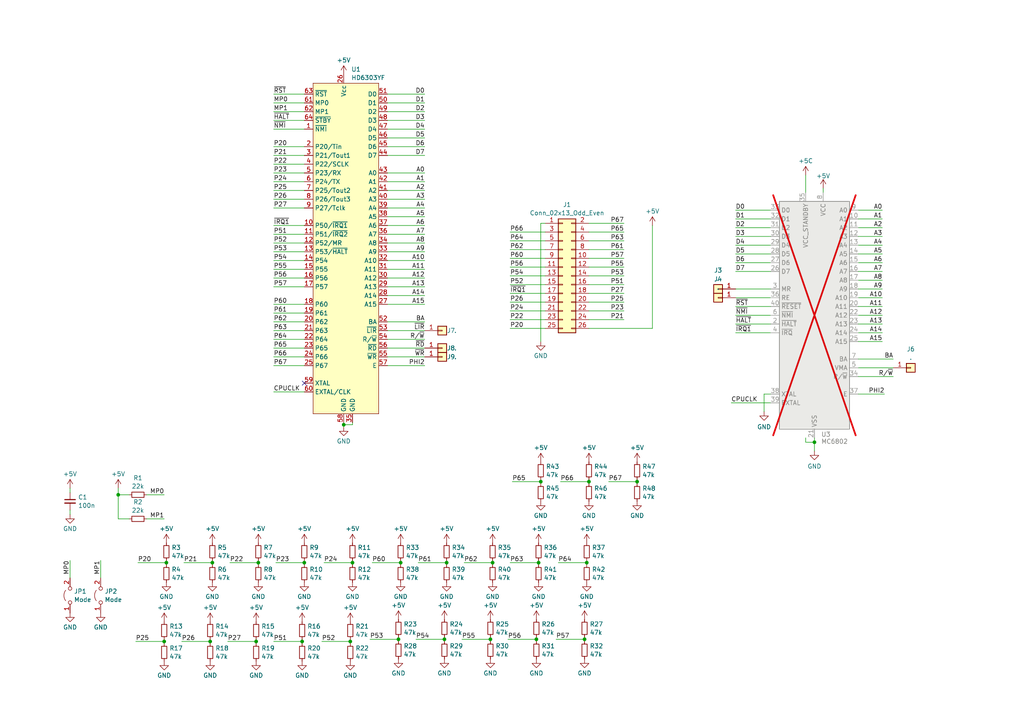
<source format=kicad_sch>
(kicad_sch (version 20231120) (generator "eeschema") (generator_version "8.0")
  (paper "A4")
  (junction (at 184.785 139.7))
  (junction (at 74.93 163.195))
  (junction (at 128.905 185.42))
  (junction (at 169.545 185.42))
  (junction (at 156.21 163.195))
  (junction (at 129.54 163.195))
  (junction (at 61.595 163.195))
  (junction (at 236.22 128.27))
  (junction (at 99.695 123.19))
  (junction (at 101.6 186.055))
  (junction (at 88.265 163.195))
  (junction (at 102.235 163.195))
  (junction (at 47.625 186.055))
  (junction (at 116.205 163.195))
  (junction (at 142.24 185.42))
  (junction (at 155.575 185.42))
  (junction (at 156.845 139.7))
  (junction (at 34.29 143.51))
  (junction (at 142.875 163.195))
  (junction (at 60.96 186.055))
  (junction (at 87.63 186.055))
  (junction (at 170.815 139.7))
  (junction (at 115.57 185.42))
  (junction (at 48.26 163.195))
  (junction (at 170.18 163.195))
  (junction (at 74.295 186.055))
  (no_connect (at 88.265 111.125))
  (wire (pts (xy 79.375 80.645) (xy 88.265 80.645)))
  (wire (pts (xy 223.52 73.66) (xy 213.36 73.66)))
  (wire (pts (xy 170.815 92.71) (xy 180.975 92.71)))
  (wire (pts (xy 79.375 113.665) (xy 88.265 113.665)))
  (wire (pts (xy 248.92 99.06) (xy 255.905 99.06)))
  (wire (pts (xy 156.21 163.195) (xy 156.21 162.56)))
  (wire (pts (xy 170.815 95.25) (xy 189.23 95.25)))
  (wire (pts (xy 79.375 45.085) (xy 88.265 45.085)))
  (wire (pts (xy 20.32 149.225) (xy 20.32 147.955)))
  (wire (pts (xy 259.08 104.14) (xy 248.92 104.14)))
  (wire (pts (xy 223.52 60.96) (xy 213.36 60.96)))
  (wire (pts (xy 112.395 83.185) (xy 123.19 83.185)))
  (wire (pts (xy 170.815 77.47) (xy 180.975 77.47)))
  (wire (pts (xy 87.63 186.055) (xy 87.63 185.42)))
  (wire (pts (xy 47.625 186.055) (xy 47.625 185.42)))
  (wire (pts (xy 40.005 163.195) (xy 48.26 163.195)))
  (wire (pts (xy 223.52 66.04) (xy 213.36 66.04)))
  (wire (pts (xy 79.375 60.325) (xy 88.265 60.325)))
  (wire (pts (xy 112.395 88.265) (xy 123.19 88.265)))
  (wire (pts (xy 116.205 163.83) (xy 116.205 163.195)))
  (wire (pts (xy 79.375 37.465) (xy 88.265 37.465)))
  (wire (pts (xy 74.93 163.195) (xy 74.93 162.56)))
  (wire (pts (xy 61.595 163.83) (xy 61.595 163.195)))
  (wire (pts (xy 213.36 83.82) (xy 223.52 83.82)))
  (wire (pts (xy 20.32 167.64) (xy 20.32 162.56)))
  (wire (pts (xy 112.395 52.705) (xy 123.19 52.705)))
  (wire (pts (xy 99.695 122.555) (xy 99.695 123.19)))
  (wire (pts (xy 128.905 186.055) (xy 128.905 185.42)))
  (wire (pts (xy 88.265 163.83) (xy 88.265 163.195)))
  (wire (pts (xy 129.54 163.195) (xy 129.54 162.56)))
  (wire (pts (xy 74.93 163.83) (xy 74.93 163.195)))
  (wire (pts (xy 112.395 60.325) (xy 123.19 60.325)))
  (wire (pts (xy 107.315 185.42) (xy 115.57 185.42)))
  (wire (pts (xy 112.395 50.165) (xy 123.19 50.165)))
  (wire (pts (xy 212.09 116.84) (xy 223.52 116.84)))
  (wire (pts (xy 112.395 98.425) (xy 123.19 98.425)))
  (wire (pts (xy 233.68 128.27) (xy 233.68 127)))
  (wire (pts (xy 74.295 186.055) (xy 74.295 185.42)))
  (wire (pts (xy 223.52 114.3) (xy 221.615 114.3)))
  (wire (pts (xy 29.21 167.64) (xy 29.21 162.56)))
  (wire (pts (xy 213.36 88.9) (xy 223.52 88.9)))
  (wire (pts (xy 79.375 27.305) (xy 88.265 27.305)))
  (wire (pts (xy 79.375 73.025) (xy 88.265 73.025)))
  (wire (pts (xy 213.36 96.52) (xy 223.52 96.52)))
  (wire (pts (xy 156.845 139.7) (xy 156.845 139.065)))
  (wire (pts (xy 112.395 78.105) (xy 123.19 78.105)))
  (wire (pts (xy 169.545 186.055) (xy 169.545 185.42)))
  (wire (pts (xy 20.32 141.605) (xy 20.32 142.875)))
  (wire (pts (xy 147.955 163.195) (xy 156.21 163.195)))
  (wire (pts (xy 213.36 86.36) (xy 223.52 86.36)))
  (wire (pts (xy 112.395 29.845) (xy 123.19 29.845)))
  (wire (pts (xy 79.375 50.165) (xy 88.265 50.165)))
  (wire (pts (xy 112.395 73.025) (xy 123.19 73.025)))
  (wire (pts (xy 79.375 57.785) (xy 88.265 57.785)))
  (wire (pts (xy 79.375 90.805) (xy 88.265 90.805)))
  (wire (pts (xy 112.395 34.925) (xy 123.19 34.925)))
  (wire (pts (xy 259.08 106.68) (xy 248.92 106.68)))
  (wire (pts (xy 47.625 186.69) (xy 47.625 186.055)))
  (wire (pts (xy 142.875 163.83) (xy 142.875 163.195)))
  (wire (pts (xy 248.92 96.52) (xy 255.905 96.52)))
  (wire (pts (xy 79.375 32.385) (xy 88.265 32.385)))
  (wire (pts (xy 112.395 80.645) (xy 123.19 80.645)))
  (wire (pts (xy 156.845 140.335) (xy 156.845 139.7)))
  (wire (pts (xy 93.98 163.195) (xy 102.235 163.195)))
  (wire (pts (xy 170.18 163.83) (xy 170.18 163.195)))
  (wire (pts (xy 79.375 98.425) (xy 88.265 98.425)))
  (wire (pts (xy 112.395 85.725) (xy 123.19 85.725)))
  (wire (pts (xy 112.395 65.405) (xy 123.19 65.405)))
  (wire (pts (xy 170.815 87.63) (xy 180.975 87.63)))
  (wire (pts (xy 112.395 32.385) (xy 123.19 32.385)))
  (wire (pts (xy 142.24 185.42) (xy 142.24 184.785)))
  (wire (pts (xy 34.29 150.495) (xy 37.465 150.495)))
  (wire (pts (xy 79.375 70.485) (xy 88.265 70.485)))
  (wire (pts (xy 79.375 106.045) (xy 88.265 106.045)))
  (wire (pts (xy 52.705 186.055) (xy 60.96 186.055)))
  (wire (pts (xy 248.92 93.98) (xy 255.905 93.98)))
  (wire (pts (xy 60.96 186.055) (xy 60.96 185.42)))
  (wire (pts (xy 88.265 163.195) (xy 88.265 162.56)))
  (wire (pts (xy 236.22 128.27) (xy 236.22 130.81)))
  (wire (pts (xy 170.815 74.93) (xy 180.975 74.93)))
  (wire (pts (xy 107.95 163.195) (xy 116.205 163.195)))
  (wire (pts (xy 223.52 68.58) (xy 213.36 68.58)))
  (wire (pts (xy 233.68 50.8) (xy 233.68 55.88)))
  (wire (pts (xy 134.62 163.195) (xy 142.875 163.195)))
  (wire (pts (xy 112.395 62.865) (xy 123.19 62.865)))
  (wire (pts (xy 34.29 141.605) (xy 34.29 143.51)))
  (wire (pts (xy 170.815 72.39) (xy 180.975 72.39)))
  (wire (pts (xy 147.955 87.63) (xy 158.115 87.63)))
  (wire (pts (xy 60.96 186.69) (xy 60.96 186.055)))
  (wire (pts (xy 189.23 65.405) (xy 189.23 95.25)))
  (wire (pts (xy 80.01 163.195) (xy 88.265 163.195)))
  (wire (pts (xy 155.575 186.055) (xy 155.575 185.42)))
  (wire (pts (xy 248.92 60.96) (xy 255.905 60.96)))
  (wire (pts (xy 162.56 139.7) (xy 170.815 139.7)))
  (wire (pts (xy 147.955 72.39) (xy 158.115 72.39)))
  (wire (pts (xy 79.375 34.925) (xy 88.265 34.925)))
  (wire (pts (xy 112.395 57.785) (xy 123.19 57.785)))
  (wire (pts (xy 79.375 88.265) (xy 88.265 88.265)))
  (wire (pts (xy 79.375 55.245) (xy 88.265 55.245)))
  (wire (pts (xy 248.92 83.82) (xy 255.905 83.82)))
  (wire (pts (xy 238.76 54.61) (xy 238.76 55.88)))
  (wire (pts (xy 79.375 29.845) (xy 88.265 29.845)))
  (wire (pts (xy 79.375 83.185) (xy 88.265 83.185)))
  (wire (pts (xy 79.375 186.055) (xy 87.63 186.055)))
  (wire (pts (xy 34.29 143.51) (xy 37.465 143.51)))
  (wire (pts (xy 147.32 185.42) (xy 155.575 185.42)))
  (wire (pts (xy 170.815 80.01) (xy 180.975 80.01)))
  (wire (pts (xy 116.205 163.195) (xy 116.205 162.56)))
  (wire (pts (xy 148.59 139.7) (xy 156.845 139.7)))
  (wire (pts (xy 79.375 52.705) (xy 88.265 52.705)))
  (wire (pts (xy 221.615 114.3) (xy 221.615 119.38)))
  (wire (pts (xy 112.395 103.505) (xy 123.19 103.505)))
  (wire (pts (xy 248.92 71.12) (xy 255.905 71.12)))
  (wire (pts (xy 61.595 163.195) (xy 61.595 162.56)))
  (wire (pts (xy 156.21 163.83) (xy 156.21 163.195)))
  (wire (pts (xy 170.815 140.335) (xy 170.815 139.7)))
  (wire (pts (xy 248.92 73.66) (xy 255.905 73.66)))
  (wire (pts (xy 248.92 86.36) (xy 255.905 86.36)))
  (wire (pts (xy 133.985 185.42) (xy 142.24 185.42)))
  (wire (pts (xy 223.52 76.2) (xy 213.36 76.2)))
  (wire (pts (xy 170.815 67.31) (xy 180.975 67.31)))
  (wire (pts (xy 93.345 186.055) (xy 101.6 186.055)))
  (wire (pts (xy 42.545 143.51) (xy 47.625 143.51)))
  (wire (pts (xy 248.92 76.2) (xy 255.905 76.2)))
  (wire (pts (xy 156.845 64.77) (xy 156.845 99.06)))
  (wire (pts (xy 170.815 69.85) (xy 180.975 69.85)))
  (wire (pts (xy 248.92 68.58) (xy 255.905 68.58)))
  (wire (pts (xy 112.395 27.305) (xy 123.19 27.305)))
  (wire (pts (xy 147.955 85.09) (xy 158.115 85.09)))
  (wire (pts (xy 158.115 64.77) (xy 156.845 64.77)))
  (wire (pts (xy 79.375 47.625) (xy 88.265 47.625)))
  (wire (pts (xy 248.92 88.9) (xy 255.905 88.9)))
  (wire (pts (xy 79.375 100.965) (xy 88.265 100.965)))
  (wire (pts (xy 66.04 186.055) (xy 74.295 186.055)))
  (wire (pts (xy 169.545 185.42) (xy 169.545 184.785)))
  (wire (pts (xy 223.52 63.5) (xy 213.36 63.5)))
  (wire (pts (xy 79.375 93.345) (xy 88.265 93.345)))
  (wire (pts (xy 176.53 139.7) (xy 184.785 139.7)))
  (wire (pts (xy 147.955 95.25) (xy 158.115 95.25)))
  (wire (pts (xy 147.955 90.17) (xy 158.115 90.17)))
  (wire (pts (xy 112.395 95.885) (xy 123.19 95.885)))
  (wire (pts (xy 79.375 65.405) (xy 88.265 65.405)))
  (wire (pts (xy 248.92 78.74) (xy 255.905 78.74)))
  (wire (pts (xy 102.235 122.555) (xy 102.235 123.19)))
  (wire (pts (xy 99.695 123.19) (xy 99.695 123.825)))
  (wire (pts (xy 102.235 123.19) (xy 99.695 123.19)))
  (wire (pts (xy 129.54 163.83) (xy 129.54 163.195)))
  (wire (pts (xy 115.57 185.42) (xy 115.57 184.785)))
  (wire (pts (xy 79.375 42.545) (xy 88.265 42.545)))
  (wire (pts (xy 213.36 93.98) (xy 223.52 93.98)))
  (wire (pts (xy 42.545 150.495) (xy 47.625 150.495)))
  (wire (pts (xy 142.875 163.195) (xy 142.875 162.56)))
  (wire (pts (xy 79.375 78.105) (xy 88.265 78.105)))
  (wire (pts (xy 161.925 163.195) (xy 170.18 163.195)))
  (wire (pts (xy 147.955 82.55) (xy 158.115 82.55)))
  (wire (pts (xy 120.65 185.42) (xy 128.905 185.42)))
  (wire (pts (xy 248.92 91.44) (xy 255.905 91.44)))
  (wire (pts (xy 223.52 71.12) (xy 213.36 71.12)))
  (wire (pts (xy 147.955 80.01) (xy 158.115 80.01)))
  (wire (pts (xy 79.375 95.885) (xy 88.265 95.885)))
  (wire (pts (xy 34.29 143.51) (xy 34.29 150.495)))
  (wire (pts (xy 170.815 82.55) (xy 180.975 82.55)))
  (wire (pts (xy 161.29 185.42) (xy 169.545 185.42)))
  (wire (pts (xy 79.375 67.945) (xy 88.265 67.945)))
  (wire (pts (xy 248.92 63.5) (xy 255.905 63.5)))
  (wire (pts (xy 147.955 92.71) (xy 158.115 92.71)))
  (wire (pts (xy 101.6 186.055) (xy 101.6 185.42)))
  (wire (pts (xy 170.815 139.7) (xy 170.815 139.065)))
  (wire (pts (xy 102.235 163.195) (xy 102.235 162.56)))
  (wire (pts (xy 184.785 139.7) (xy 184.785 139.065)))
  (wire (pts (xy 213.36 91.44) (xy 223.52 91.44)))
  (wire (pts (xy 74.295 186.69) (xy 74.295 186.055)))
  (wire (pts (xy 259.08 109.22) (xy 248.92 109.22)))
  (wire (pts (xy 142.24 186.055) (xy 142.24 185.42)))
  (wire (pts (xy 184.785 140.335) (xy 184.785 139.7)))
  (wire (pts (xy 256.54 114.3) (xy 248.92 114.3)))
  (wire (pts (xy 112.395 55.245) (xy 123.19 55.245)))
  (wire (pts (xy 112.395 42.545) (xy 123.19 42.545)))
  (wire (pts (xy 223.52 78.74) (xy 213.36 78.74)))
  (wire (pts (xy 170.815 64.77) (xy 180.975 64.77)))
  (wire (pts (xy 147.955 67.31) (xy 158.115 67.31)))
  (wire (pts (xy 112.395 93.345) (xy 123.19 93.345)))
  (wire (pts (xy 147.955 74.93) (xy 158.115 74.93)))
  (wire (pts (xy 66.675 163.195) (xy 74.93 163.195)))
  (wire (pts (xy 79.375 103.505) (xy 88.265 103.505)))
  (wire (pts (xy 128.905 185.42) (xy 128.905 184.785)))
  (wire (pts (xy 248.92 81.28) (xy 255.905 81.28)))
  (wire (pts (xy 115.57 186.055) (xy 115.57 185.42)))
  (wire (pts (xy 236.22 127) (xy 236.22 128.27)))
  (wire (pts (xy 121.285 163.195) (xy 129.54 163.195)))
  (wire (pts (xy 112.395 67.945) (xy 123.19 67.945)))
  (wire (pts (xy 170.18 163.195) (xy 170.18 162.56)))
  (wire (pts (xy 101.6 186.69) (xy 101.6 186.055)))
  (wire (pts (xy 79.375 75.565) (xy 88.265 75.565)))
  (wire (pts (xy 248.92 66.04) (xy 255.905 66.04)))
  (wire (pts (xy 112.395 45.085) (xy 123.19 45.085)))
  (wire (pts (xy 236.22 128.27) (xy 233.68 128.27)))
  (wire (pts (xy 170.815 85.09) (xy 180.975 85.09)))
  (wire (pts (xy 53.34 163.195) (xy 61.595 163.195)))
  (wire (pts (xy 48.26 163.195) (xy 48.26 162.56)))
  (wire (pts (xy 48.26 163.83) (xy 48.26 163.195)))
  (wire (pts (xy 147.955 69.85) (xy 158.115 69.85)))
  (wire (pts (xy 112.395 70.485) (xy 123.19 70.485)))
  (wire (pts (xy 112.395 37.465) (xy 123.19 37.465)))
  (wire (pts (xy 112.395 75.565) (xy 123.19 75.565)))
  (wire (pts (xy 147.955 77.47) (xy 158.115 77.47)))
  (wire (pts (xy 87.63 186.69) (xy 87.63 186.055)))
  (wire (pts (xy 102.235 163.83) (xy 102.235 163.195)))
  (wire (pts (xy 39.37 186.055) (xy 47.625 186.055)))
  (wire (pts (xy 155.575 185.42) (xy 155.575 184.785)))
  (wire (pts (xy 112.395 100.965) (xy 123.19 100.965)))
  (wire (pts (xy 112.395 106.045) (xy 123.19 106.045)))
  (wire (pts (xy 170.815 90.17) (xy 180.975 90.17)))
  (wire (pts (xy 112.395 40.005) (xy 123.19 40.005)))
  (label "A8" (at 255.905 81.28 180))
  (label "P54" (at 79.375 75.565 0))
  (label "P61" (at 180.975 72.39 180))
  (label "D3" (at 123.19 34.925 180))
  (label "R{slash}~{W}" (at 123.19 98.425 180))
  (label "PHI2" (at 256.54 114.3 180))
  (label "P55" (at 79.375 78.105 0))
  (label "BA" (at 259.08 104.14 180))
  (label "PHI2" (at 123.19 106.045 180))
  (label "MP1" (at 79.375 32.385 0))
  (label "P63" (at 147.955 163.195 0))
  (label "D1" (at 213.36 63.5 0))
  (label "~{IRQ1}" (at 79.375 65.405 0))
  (label "A14" (at 255.905 96.52 180))
  (label "P66" (at 162.56 139.7 0))
  (label "P57" (at 180.975 74.93 180))
  (label "P53" (at 79.375 73.025 0))
  (label "A7" (at 123.19 67.945 180))
  (label "P24" (at 147.955 90.17 0))
  (label "D7" (at 213.36 78.74 0))
  (label "~{NMI}" (at 213.36 91.44 0))
  (label "P27" (at 180.975 85.09 180))
  (label "P25" (at 39.37 186.055 0))
  (label "P26" (at 52.705 186.055 0))
  (label "P61" (at 79.375 90.805 0))
  (label "P60" (at 147.955 74.93 0))
  (label "A6" (at 255.905 76.2 180))
  (label "P67" (at 180.975 64.77 180))
  (label "A15" (at 123.19 88.265 180))
  (label "~{HALT}" (at 79.375 34.925 0))
  (label "P62" (at 79.375 93.345 0))
  (label "R{slash}~{W}" (at 259.08 109.22 180))
  (label "D3" (at 213.36 68.58 0))
  (label "P22" (at 147.955 92.71 0))
  (label "P56" (at 147.955 77.47 0))
  (label "P64" (at 161.925 163.195 0))
  (label "D6" (at 213.36 76.2 0))
  (label "P54" (at 120.65 185.42 0))
  (label "P65" (at 180.975 67.31 180))
  (label "A5" (at 255.905 73.66 180))
  (label "P20" (at 79.375 42.545 0))
  (label "A6" (at 123.19 65.405 180))
  (label "P22" (at 66.675 163.195 0))
  (label "A5" (at 123.19 62.865 180))
  (label "A1" (at 255.905 63.5 180))
  (label "P66" (at 79.375 103.505 0))
  (label "P51" (at 180.975 82.55 180))
  (label "P25" (at 180.975 87.63 180))
  (label "P23" (at 80.01 163.195 0))
  (label "P26" (at 79.375 57.785 0))
  (label "P61" (at 121.285 163.195 0))
  (label "D0" (at 213.36 60.96 0))
  (label "BA" (at 123.19 93.345 180))
  (label "P23" (at 79.375 50.165 0))
  (label "D7" (at 123.19 45.085 180))
  (label "D2" (at 213.36 66.04 0))
  (label "P64" (at 79.375 98.425 0))
  (label "~{WR}" (at 123.19 103.505 180))
  (label "P24" (at 93.98 163.195 0))
  (label "P20" (at 40.005 163.195 0))
  (label "~{IRQ1}" (at 213.36 96.52 0))
  (label "A3" (at 255.905 68.58 180))
  (label "D5" (at 213.36 73.66 0))
  (label "CPUCLK" (at 79.375 113.665 0))
  (label "P51" (at 79.375 67.945 0))
  (label "A12" (at 123.19 80.645 180))
  (label "P63" (at 79.375 95.885 0))
  (label "P57" (at 79.375 83.185 0))
  (label "P55" (at 180.975 77.47 180))
  (label "P63" (at 180.975 69.85 180))
  (label "P21" (at 79.375 45.085 0))
  (label "P52" (at 79.375 70.485 0))
  (label "D6" (at 123.19 42.545 180))
  (label "P57" (at 161.29 185.42 0))
  (label "A0" (at 255.905 60.96 180))
  (label "P67" (at 79.375 106.045 0))
  (label "P52" (at 147.955 82.55 0))
  (label "P27" (at 66.04 186.055 0))
  (label "P20" (at 147.955 95.25 0))
  (label "P62" (at 147.955 72.39 0))
  (label "P53" (at 107.315 185.42 0))
  (label "D0" (at 123.19 27.305 180))
  (label "~{IRQ1}" (at 147.955 85.09 0))
  (label "MP0" (at 79.375 29.845 0))
  (label "D1" (at 123.19 29.845 180))
  (label "MP0" (at 20.32 162.56 270))
  (label "P21" (at 180.975 92.71 180))
  (label "P53" (at 180.975 80.01 180))
  (label "P27" (at 79.375 60.325 0))
  (label "P65" (at 79.375 100.965 0))
  (label "P22" (at 79.375 47.625 0))
  (label "D5" (at 123.19 40.005 180))
  (label "P60" (at 79.375 88.265 0))
  (label "D2" (at 123.19 32.385 180))
  (label "A8" (at 123.19 70.485 180))
  (label "P56" (at 147.32 185.42 0))
  (label "A0" (at 123.19 50.165 180))
  (label "A2" (at 255.905 66.04 180))
  (label "P64" (at 147.955 69.85 0))
  (label "P52" (at 93.345 186.055 0))
  (label "P54" (at 147.955 80.01 0))
  (label "~{LIR}" (at 123.19 95.885 180))
  (label "~{HALT}" (at 213.36 93.98 0))
  (label "P60" (at 107.95 163.195 0))
  (label "P62" (at 134.62 163.195 0))
  (label "~{RST}" (at 79.375 27.305 0))
  (label "P55" (at 133.985 185.42 0))
  (label "A13" (at 123.19 83.185 180))
  (label "~{RD}" (at 123.19 100.965 180))
  (label "MP1" (at 29.21 162.56 270))
  (label "CPUCLK" (at 212.09 116.84 0))
  (label "A11" (at 255.905 88.9 180))
  (label "MP0" (at 47.625 143.51 180))
  (label "A9" (at 123.19 73.025 180))
  (label "A10" (at 123.19 75.565 180))
  (label "P66" (at 147.955 67.31 0))
  (label "A10" (at 255.905 86.36 180))
  (label "P24" (at 79.375 52.705 0))
  (label "~{RST}" (at 213.36 88.9 0))
  (label "P26" (at 147.955 87.63 0))
  (label "A2" (at 123.19 55.245 180))
  (label "A12" (at 255.905 91.44 180))
  (label "A13" (at 255.905 93.98 180))
  (label "MP1" (at 47.625 150.495 180))
  (label "P21" (at 53.34 163.195 0))
  (label "A4" (at 123.19 60.325 180))
  (label "A9" (at 255.905 83.82 180))
  (label "P65" (at 148.59 139.7 0))
  (label "P51" (at 79.375 186.055 0))
  (label "A3" (at 123.19 57.785 180))
  (label "A7" (at 255.905 78.74 180))
  (label "P67" (at 176.53 139.7 0))
  (label "A14" (at 123.19 85.725 180))
  (label "A4" (at 255.905 71.12 180))
  (label "A15" (at 255.905 99.06 180))
  (label "A11" (at 123.19 78.105 180))
  (label "P56" (at 79.375 80.645 0))
  (label "~{NMI}" (at 79.375 37.465 0))
  (label "P23" (at 180.975 90.17 180))
  (label "D4" (at 213.36 71.12 0))
  (label "D4" (at 123.19 37.465 180))
  (label "A1" (at 123.19 52.705 180))
  (label "P25" (at 79.375 55.245 0))
  (symbol (lib_id "power:+5V") (at 170.18 157.48 0) (unit 1)
    (property "Reference" "#PWR048" (effects (hide yes)))
    (property "Value" "+5V" (at 170.18 153.3469 0))
  )
  (symbol (lib_id "Device:R_Small") (at 115.57 182.245 0) (unit 1)
    (property "Reference" "R23" (at 117.0686 181.0329 0) (effects (justify left)))
    (property "Value" "47k" (at 117.0686 183.4571 0) (effects (justify left)))
    (property "Footprint" "Resistor_SMD:R_1206_3216Metric_Pad1.30x1.75mm_HandSolder" (effects (hide yes)))
  )
  (symbol (lib_id "power:+5V") (at 47.625 180.34 0) (unit 1)
    (property "Reference" "#PWR024" (effects (hide yes)))
    (property "Value" "+5V" (at 47.625 176.2069 0))
  )
  (symbol (lib_id "Device:R_Small") (at 87.63 182.88 0) (unit 1)
    (property "Reference" "R16" (at 89.1286 181.6679 0) (effects (justify left)))
    (property "Value" "47k" (at 89.1286 184.0921 0) (effects (justify left)))
    (property "Footprint" "Resistor_SMD:R_1206_3216Metric_Pad1.30x1.75mm_HandSolder" (effects (hide yes)))
  )
  (symbol (lib_id "Device:R_Small") (at 48.26 166.37 0) (unit 1)
    (property "Reference" "R4" (at 49.7586 165.1579 0) (effects (justify left)))
    (property "Value" "47k" (at 49.7586 167.5821 0) (effects (justify left)))
    (property "Footprint" "Resistor_SMD:R_1206_3216Metric_Pad1.30x1.75mm_HandSolder" (effects (hide yes)))
  )
  (symbol (lib_id "Device:R_Small") (at 155.575 188.595 0) (unit 1)
    (property "Reference" "R31" (at 157.0736 187.3829 0) (effects (justify left)))
    (property "Value" "47k" (at 157.0736 189.8071 0) (effects (justify left)))
    (property "Footprint" "Resistor_SMD:R_1206_3216Metric_Pad1.30x1.75mm_HandSolder" (effects (hide yes)))
  )
  (symbol (lib_id "power:GND") (at 116.205 168.91 0) (unit 1)
    (property "Reference" "#PWR049" (effects (hide yes)))
    (property "Value" "GND" (at 116.205 173.0431 0))
  )
  (symbol (lib_id "power:GND") (at 115.57 191.135 0) (unit 1)
    (property "Reference" "#PWR039" (effects (hide yes)))
    (property "Value" "GND" (at 115.57 195.2681 0))
  )
  (symbol (lib_id "Connector_Generic:Conn_01x01") (at 208.28 83.82 0) (mirror y) (unit 1)
    (property "Reference" "J3" (at 208.28 78.4057 0))
    (property "Value" "." (at 208.28 80.8299 0))
    (property "Footprint" "Connector_PinHeader_2.00mm:PinHeader_1x01_P2.00mm_Vertical" (effects (hide yes)))
  )
  (symbol (lib_id "power:GND") (at 102.235 168.91 0) (unit 1)
    (property "Reference" "#PWR023" (effects (hide yes)))
    (property "Value" "GND" (at 102.235 173.0431 0))
  )
  (symbol (lib_id "Device:R_Small") (at 101.6 189.23 0) (unit 1)
    (property "Reference" "R22" (at 103.0986 188.0179 0) (effects (justify left)))
    (property "Value" "47k" (at 103.0986 190.4421 0) (effects (justify left)))
    (property "Footprint" "Resistor_SMD:R_1206_3216Metric_Pad1.30x1.75mm_HandSolder" (effects (hide yes)))
  )
  (symbol (lib_id "Device:R_Small") (at 170.18 160.02 0) (unit 1)
    (property "Reference" "R37" (at 171.6786 158.8079 0) (effects (justify left)))
    (property "Value" "47k" (at 171.6786 161.2321 0) (effects (justify left)))
    (property "Footprint" "Resistor_SMD:R_1206_3216Metric_Pad1.30x1.75mm_HandSolder" (effects (hide yes)))
  )
  (symbol (lib_id "power:GND") (at 170.18 168.91 0) (unit 1)
    (property "Reference" "#PWR053" (effects (hide yes)))
    (property "Value" "GND" (at 170.18 173.0431 0))
  )
  (symbol (lib_id "Device:R_Small") (at 88.265 160.02 0) (unit 1)
    (property "Reference" "R9" (at 89.7636 158.8079 0) (effects (justify left)))
    (property "Value" "47k" (at 89.7636 161.2321 0) (effects (justify left)))
    (property "Footprint" "Resistor_SMD:R_1206_3216Metric_Pad1.30x1.75mm_HandSolder" (effects (hide yes)))
  )
  (symbol (lib_id "power:GND") (at 221.615 119.38 0) (mirror y) (unit 1)
    (property "Reference" "#PWR018" (effects (hide yes)))
    (property "Value" "GND" (at 221.615 123.8234 0))
  )
  (symbol (lib_id "Device:R_Small") (at 88.265 166.37 0) (unit 1)
    (property "Reference" "R10" (at 89.7636 165.1579 0) (effects (justify left)))
    (property "Value" "47k" (at 89.7636 167.5821 0) (effects (justify left)))
    (property "Footprint" "Resistor_SMD:R_1206_3216Metric_Pad1.30x1.75mm_HandSolder" (effects (hide yes)))
  )
  (symbol (lib_id "Device:C_Small") (at 20.32 145.415 0) (unit 1)
    (property "Reference" "C1" (at 22.6441 144.2092 0) (effects (justify left)))
    (property "Value" "100n" (at 22.6441 146.6334 0) (effects (justify left)))
    (property "Footprint" "Capacitor_SMD:C_1206_3216Metric_Pad1.33x1.80mm_HandSolder" (effects (hide yes)))
  )
  (symbol (lib_id "Device:R_Small") (at 129.54 166.37 0) (unit 1)
    (property "Reference" "R39" (at 131.0386 165.1579 0) (effects (justify left)))
    (property "Value" "47k" (at 131.0386 167.5821 0) (effects (justify left)))
    (property "Footprint" "Resistor_SMD:R_1206_3216Metric_Pad1.30x1.75mm_HandSolder" (effects (hide yes)))
  )
  (symbol (lib_id "Device:R_Small") (at 48.26 160.02 0) (unit 1)
    (property "Reference" "R3" (at 49.7586 158.8079 0) (effects (justify left)))
    (property "Value" "47k" (at 49.7586 161.2321 0) (effects (justify left)))
    (property "Footprint" "Resistor_SMD:R_1206_3216Metric_Pad1.30x1.75mm_HandSolder" (effects (hide yes)))
  )
  (symbol (lib_id "Connector_Generic:Conn_02x13_Odd_Even") (at 163.195 80.01 0) (unit 1)
    (property "Reference" "J1" (at 164.465 59.3557 0))
    (property "Value" "Conn_02x13_Odd_Even" (at 164.465 61.7799 0))
    (property "Footprint" "Connector_PinHeader_2.54mm:PinHeader_2x13_P2.54mm_Horizontal" (effects (hide yes)))
  )
  (symbol (lib_id "power:GND") (at 170.815 145.415 0) (unit 1)
    (property "Reference" "#PWR057" (effects (hide yes)))
    (property "Value" "GND" (at 170.815 149.5481 0))
  )
  (symbol (lib_id "power:GND") (at 74.295 191.77 0) (unit 1)
    (property "Reference" "#PWR030" (effects (hide yes)))
    (property "Value" "GND" (at 74.295 195.9031 0))
  )
  (symbol (lib_id "power:GND") (at 74.93 168.91 0) (unit 1)
    (property "Reference" "#PWR013" (effects (hide yes)))
    (property "Value" "GND" (at 74.93 173.0431 0))
  )
  (symbol (lib_id "power:GND") (at 29.21 177.8 0) (unit 1)
    (property "Reference" "#PWR05" (effects (hide yes)))
    (property "Value" "GND" (at 29.21 181.9331 0))
  )
  (symbol (lib_id "power:GND") (at 155.575 191.135 0) (unit 1)
    (property "Reference" "#PWR042" (effects (hide yes)))
    (property "Value" "GND" (at 155.575 195.2681 0))
  )
  (symbol (lib_id "Device:R_Small") (at 74.93 166.37 0) (unit 1)
    (property "Reference" "R8" (at 76.4286 165.1579 0) (effects (justify left)))
    (property "Value" "47k" (at 76.4286 167.5821 0) (effects (justify left)))
    (property "Footprint" "Resistor_SMD:R_1206_3216Metric_Pad1.30x1.75mm_HandSolder" (effects (hide yes)))
  )
  (symbol (lib_id "Connector_Generic:Conn_01x01") (at 128.27 100.965 0) (unit 1)
    (property "Reference" "J8" (at 130.81 100.965 0))
    (property "Value" "." (at 132.08 100.965 0))
    (property "Footprint" "Connector_PinHeader_2.00mm:PinHeader_1x01_P2.00mm_Vertical" (effects (hide yes)))
  )
  (symbol (lib_id "power:GND") (at 88.265 168.91 0) (unit 1)
    (property "Reference" "#PWR021" (effects (hide yes)))
    (property "Value" "GND" (at 88.265 173.0431 0))
  )
  (symbol (lib_id "power:GND") (at 101.6 191.77 0) (unit 1)
    (property "Reference" "#PWR033" (effects (hide yes)))
    (property "Value" "GND" (at 101.6 195.9031 0))
  )
  (symbol (lib_id "power:GND") (at 184.785 145.415 0) (unit 1)
    (property "Reference" "#PWR059" (effects (hide yes)))
    (property "Value" "GND" (at 184.785 149.5481 0))
  )
  (symbol (lib_id "power:GND") (at 47.625 191.77 0) (unit 1)
    (property "Reference" "#PWR028" (effects (hide yes)))
    (property "Value" "GND" (at 47.625 195.9031 0))
  )
  (symbol (lib_id "power:+5V") (at 101.6 180.34 0) (unit 1)
    (property "Reference" "#PWR032" (effects (hide yes)))
    (property "Value" "+5V" (at 101.6 176.2069 0))
  )
  (symbol (lib_id "Device:R_Small") (at 142.875 160.02 0) (unit 1)
    (property "Reference" "R35" (at 144.3736 158.8079 0) (effects (justify left)))
    (property "Value" "47k" (at 144.3736 161.2321 0) (effects (justify left)))
    (property "Footprint" "Resistor_SMD:R_1206_3216Metric_Pad1.30x1.75mm_HandSolder" (effects (hide yes)))
  )
  (symbol (lib_id "Jumper:Jumper_2_Open") (at 29.21 172.72 90) (unit 1)
    (property "Reference" "JP2" (at 30.353 171.5079 90) (effects (justify right)))
    (property "Value" "Mode" (at 30.353 173.9321 90) (effects (justify right)))
    (property "Footprint" "Connector_PinHeader_2.54mm:PinHeader_1x02_P2.54mm_Vertical" (effects (hide yes)))
  )
  (symbol (lib_id "power:GND") (at 61.595 168.91 0) (unit 1)
    (property "Reference" "#PWR011" (effects (hide yes)))
    (property "Value" "GND" (at 61.595 173.0431 0))
  )
  (symbol (lib_id "power:GND") (at 99.695 123.825 0) (unit 1)
    (property "Reference" "#PWR02" (effects (hide yes)))
    (property "Value" "GND" (at 99.695 127.9581 0))
  )
  (symbol (lib_id "Device:R_Small") (at 142.875 166.37 0) (unit 1)
    (property "Reference" "R40" (at 144.3736 165.1579 0) (effects (justify left)))
    (property "Value" "47k" (at 144.3736 167.5821 0) (effects (justify left)))
    (property "Footprint" "Resistor_SMD:R_1206_3216Metric_Pad1.30x1.75mm_HandSolder" (effects (hide yes)))
  )
  (symbol (lib_id "Device:R_Small") (at 116.205 166.37 0) (unit 1)
    (property "Reference" "R38" (at 117.7036 165.1579 0) (effects (justify left)))
    (property "Value" "47k" (at 117.7036 167.5821 0) (effects (justify left)))
    (property "Footprint" "Resistor_SMD:R_1206_3216Metric_Pad1.30x1.75mm_HandSolder" (effects (hide yes)))
  )
  (symbol (lib_id "Device:R_Small") (at 40.005 150.495 90) (unit 1)
    (property "Reference" "R2" (at 40.005 145.6141 90))
    (property "Value" "22k" (at 40.005 148.0383 90))
    (property "Footprint" "Resistor_SMD:R_1206_3216Metric_Pad1.30x1.75mm_HandSolder" (effects (hide yes)))
  )
  (symbol (lib_id "Device:R_Small") (at 142.24 182.245 0) (unit 1)
    (property "Reference" "R25" (at 143.7386 181.0329 0) (effects (justify left)))
    (property "Value" "47k" (at 143.7386 183.4571 0) (effects (justify left)))
    (property "Footprint" "Resistor_SMD:R_1206_3216Metric_Pad1.30x1.75mm_HandSolder" (effects (hide yes)))
  )
  (symbol (lib_id "Device:R_Small") (at 74.93 160.02 0) (unit 1)
    (property "Reference" "R7" (at 76.4286 158.8079 0) (effects (justify left)))
    (property "Value" "47k" (at 76.4286 161.2321 0) (effects (justify left)))
    (property "Footprint" "Resistor_SMD:R_1206_3216Metric_Pad1.30x1.75mm_HandSolder" (effects (hide yes)))
  )
  (symbol (lib_id "power:GND") (at 156.845 145.415 0) (unit 1)
    (property "Reference" "#PWR056" (effects (hide yes)))
    (property "Value" "GND" (at 156.845 149.5481 0))
  )
  (symbol (lib_id "Device:R_Small") (at 156.21 166.37 0) (unit 1)
    (property "Reference" "R41" (at 157.7086 165.1579 0) (effects (justify left)))
    (property "Value" "47k" (at 157.7086 167.5821 0) (effects (justify left)))
    (property "Footprint" "Resistor_SMD:R_1206_3216Metric_Pad1.30x1.75mm_HandSolder" (effects (hide yes)))
  )
  (symbol (lib_id "power:GND") (at 87.63 191.77 0) (unit 1)
    (property "Reference" "#PWR031" (effects (hide yes)))
    (property "Value" "GND" (at 87.63 195.9031 0))
  )
  (symbol (lib_id "Device:R_Small") (at 47.625 182.88 0) (unit 1)
    (property "Reference" "R13" (at 49.1236 181.6679 0) (effects (justify left)))
    (property "Value" "47k" (at 49.1236 184.0921 0) (effects (justify left)))
    (property "Footprint" "Resistor_SMD:R_1206_3216Metric_Pad1.30x1.75mm_HandSolder" (effects (hide yes)))
  )
  (symbol (lib_id "power:GND") (at 128.905 191.135 0) (unit 1)
    (property "Reference" "#PWR040" (effects (hide yes)))
    (property "Value" "GND" (at 128.905 195.2681 0))
  )
  (symbol (lib_id "Connector_Generic:Conn_01x01") (at 128.27 103.505 0) (unit 1)
    (property "Reference" "J9" (at 130.81 103.505 0))
    (property "Value" "." (at 132.08 103.505 0))
    (property "Footprint" "Connector_PinHeader_2.00mm:PinHeader_1x01_P2.00mm_Vertical" (effects (hide yes)))
  )
  (symbol (lib_id "power:GND") (at 156.845 99.06 0) (unit 1)
    (property "Reference" "#PWR015" (effects (hide yes)))
    (property "Value" "GND" (at 156.845 103.1931 0))
  )
  (symbol (lib_id "power:GND") (at 169.545 191.135 0) (unit 1)
    (property "Reference" "#PWR043" (effects (hide yes)))
    (property "Value" "GND" (at 169.545 195.2681 0))
  )
  (symbol (lib_id "Device:R_Small") (at 115.57 188.595 0) (unit 1)
    (property "Reference" "R28" (at 117.0686 187.3829 0) (effects (justify left)))
    (property "Value" "47k" (at 117.0686 189.8071 0) (effects (justify left)))
    (property "Footprint" "Resistor_SMD:R_1206_3216Metric_Pad1.30x1.75mm_HandSolder" (effects (hide yes)))
  )
  (symbol (lib_id "Device:R_Small") (at 170.815 142.875 0) (unit 1)
    (property "Reference" "R46" (at 172.3136 141.6629 0) (effects (justify left)))
    (property "Value" "47k" (at 172.3136 144.0871 0) (effects (justify left)))
    (property "Footprint" "Resistor_SMD:R_1206_3216Metric_Pad1.30x1.75mm_HandSolder" (effects (hide yes)))
  )
  (symbol (lib_id "power:+5V") (at 102.235 157.48 0) (unit 1)
    (property "Reference" "#PWR022" (effects (hide yes)))
    (property "Value" "+5V" (at 102.235 153.3469 0))
  )
  (symbol (lib_id "power:GND") (at 20.32 149.225 0) (unit 1)
    (property "Reference" "#PWR04" (effects (hide yes)))
    (property "Value" "GND" (at 20.32 153.3581 0))
  )
  (symbol (lib_id "power:GND") (at 142.875 168.91 0) (unit 1)
    (property "Reference" "#PWR051" (effects (hide yes)))
    (property "Value" "GND" (at 142.875 173.0431 0))
  )
  (symbol (lib_id "Device:R_Small") (at 170.815 136.525 0) (unit 1)
    (property "Reference" "R44" (at 172.3136 135.3129 0) (effects (justify left)))
    (property "Value" "47k" (at 172.3136 137.7371 0) (effects (justify left)))
    (property "Footprint" "Resistor_SMD:R_1206_3216Metric_Pad1.30x1.75mm_HandSolder" (effects (hide yes)))
  )
  (symbol (lib_id "my_ics_new:HD6303YF") (at 99.695 70.485 0) (unit 1)
    (property "Reference" "U1" (at 101.8891 20.1127 0) (effects (justify left)))
    (property "Value" "HD6303YF" (at 101.8891 22.5369 0) (effects (justify left)))
    (property "Footprint" "my_own_conn:QFP-64_14x20_Pitch1mm" (effects (hide yes)))
  )
  (symbol (lib_id "power:+5V") (at 61.595 157.48 0) (unit 1)
    (property "Reference" "#PWR010" (effects (hide yes)))
    (property "Value" "+5V" (at 61.595 153.3469 0))
  )
  (symbol (lib_id "Device:R_Small") (at 156.845 142.875 0) (unit 1)
    (property "Reference" "R45" (at 158.3436 141.6629 0) (effects (justify left)))
    (property "Value" "47k" (at 158.3436 144.0871 0) (effects (justify left)))
    (property "Footprint" "Resistor_SMD:R_1206_3216Metric_Pad1.30x1.75mm_HandSolder" (effects (hide yes)))
  )
  (symbol (lib_id "power:GND") (at 20.32 177.8 0) (unit 1)
    (property "Reference" "#PWR01" (effects (hide yes)))
    (property "Value" "GND" (at 20.32 181.9331 0))
  )
  (symbol (lib_id "power:GND") (at 236.22 130.81 0) (mirror y) (unit 1)
    (property "Reference" "#PWR019" (effects (hide yes)))
    (property "Value" "GND" (at 236.22 135.2534 0))
  )
  (symbol (lib_id "power:+5V") (at 189.23 65.405 0) (unit 1)
    (property "Reference" "#PWR016" (effects (hide yes)))
    (property "Value" "+5V" (at 189.23 61.2719 0))
  )
  (symbol (lib_id "power:+5V") (at 184.785 133.985 0) (unit 1)
    (property "Reference" "#PWR058" (effects (hide yes)))
    (property "Value" "+5V" (at 184.785 129.8519 0))
  )
  (symbol (lib_id "power:+5V") (at 34.29 141.605 0) (unit 1)
    (property "Reference" "#PWR09" (effects (hide yes)))
    (property "Value" "+5V" (at 34.29 137.4719 0))
  )
  (symbol (lib_id "Device:R_Small") (at 128.905 182.245 0) (unit 1)
    (property "Reference" "R24" (at 130.4036 181.0329 0) (effects (justify left)))
    (property "Value" "47k" (at 130.4036 183.4571 0) (effects (justify left)))
    (property "Footprint" "Resistor_SMD:R_1206_3216Metric_Pad1.30x1.75mm_HandSolder" (effects (hide yes)))
  )
  (symbol (lib_id "power:+5V") (at 60.96 180.34 0) (unit 1)
    (property "Reference" "#PWR025" (effects (hide yes)))
    (property "Value" "+5V" (at 60.96 176.2069 0))
  )
  (symbol (lib_id "Device:R_Small") (at 102.235 166.37 0) (unit 1)
    (property "Reference" "R12" (at 103.7336 165.1579 0) (effects (justify left)))
    (property "Value" "47k" (at 103.7336 167.5821 0) (effects (justify left)))
    (property "Footprint" "Resistor_SMD:R_1206_3216Metric_Pad1.30x1.75mm_HandSolder" (effects (hide yes)))
  )
  (symbol (lib_id "power:+5V") (at 238.76 54.61 0) (unit 1)
    (property "Reference" "#PWR017" (effects (hide yes)))
    (property "Value" "+5V" (at 238.76 51.0342 0))
  )
  (symbol (lib_id "Device:R_Small") (at 184.785 142.875 0) (unit 1)
    (property "Reference" "R48" (at 186.2836 141.6629 0) (effects (justify left)))
    (property "Value" "47k" (at 186.2836 144.0871 0) (effects (justify left)))
    (property "Footprint" "Resistor_SMD:R_1206_3216Metric_Pad1.30x1.75mm_HandSolder" (effects (hide yes)))
  )
  (symbol (lib_id "Device:R_Small") (at 155.575 182.245 0) (unit 1)
    (property "Reference" "R26" (at 157.0736 181.0329 0) (effects (justify left)))
    (property "Value" "47k" (at 157.0736 183.4571 0) (effects (justify left)))
    (property "Footprint" "Resistor_SMD:R_1206_3216Metric_Pad1.30x1.75mm_HandSolder" (effects (hide yes)))
  )
  (symbol (lib_id "Connector_Generic:Conn_01x01") (at 208.28 86.36 0) (mirror y) (unit 1)
    (property "Reference" "J4" (at 208.28 80.9457 0))
    (property "Value" "." (at 208.28 83.3699 0))
    (property "Footprint" "Connector_PinHeader_2.00mm:PinHeader_1x01_P2.00mm_Vertical" (effects (hide yes)))
  )
  (symbol (lib_id "Device:R_Small") (at 40.005 143.51 90) (unit 1)
    (property "Reference" "R1" (at 40.005 138.6291 90))
    (property "Value" "22k" (at 40.005 141.0533 90))
    (property "Footprint" "Resistor_SMD:R_1206_3216Metric_Pad1.30x1.75mm_HandSolder" (effects (hide yes)))
  )
  (symbol (lib_id "power:+5V") (at 156.845 133.985 0) (unit 1)
    (property "Reference" "#PWR054" (effects (hide yes)))
    (property "Value" "+5V" (at 156.845 129.8519 0))
  )
  (symbol (lib_id "Connector_Generic:Conn_01x01") (at 264.16 106.68 0) (unit 1)
    (property "Reference" "J6" (at 264.16 101.2657 0))
    (property "Value" "." (at 264.16 103.6899 0))
    (property "Footprint" "Connector_PinHeader_2.00mm:PinHeader_1x01_P2.00mm_Vertical" (effects (hide yes)))
  )
  (symbol (lib_id "Device:R_Small") (at 61.595 160.02 0) (unit 1)
    (property "Reference" "R5" (at 63.0936 158.8079 0) (effects (justify left)))
    (property "Value" "47k" (at 63.0936 161.2321 0) (effects (justify left)))
    (property "Footprint" "Resistor_SMD:R_1206_3216Metric_Pad1.30x1.75mm_HandSolder" (effects (hide yes)))
  )
  (symbol (lib_id "Device:R_Small") (at 102.235 160.02 0) (unit 1)
    (property "Reference" "R11" (at 103.7336 158.8079 0) (effects (justify left)))
    (property "Value" "47k" (at 103.7336 161.2321 0) (effects (justify left)))
    (property "Footprint" "Resistor_SMD:R_1206_3216Metric_Pad1.30x1.75mm_HandSolder" (effects (hide yes)))
  )
  (symbol (lib_id "Device:R_Small") (at 101.6 182.88 0) (unit 1)
    (property "Reference" "R21" (at 103.0986 181.6679 0) (effects (justify left)))
    (property "Value" "47k" (at 103.0986 184.0921 0) (effects (justify left)))
    (property "Footprint" "Resistor_SMD:R_1206_3216Metric_Pad1.30x1.75mm_HandSolder" (effects (hide yes)))
  )
  (symbol (lib_id "power:+5V") (at 128.905 179.705 0) (unit 1)
    (property "Reference" "#PWR035" (effects (hide yes)))
    (property "Value" "+5V" (at 128.905 175.5719 0))
  )
  (symbol (lib_id "power:+5V") (at 142.875 157.48 0) (unit 1)
    (property "Reference" "#PWR046" (effects (hide yes)))
    (property "Value" "+5V" (at 142.875 153.3469 0))
  )
  (symbol (lib_id "power:+5V") (at 88.265 157.48 0) (unit 1)
    (property "Reference" "#PWR014" (effects (hide yes)))
    (property "Value" "+5V" (at 88.265 153.3469 0))
  )
  (symbol (lib_id "Device:R_Small") (at 169.545 188.595 0) (unit 1)
    (property "Reference" "R32" (at 171.0436 187.3829 0) (effects (justify left)))
    (property "Value" "47k" (at 171.0436 189.8071 0) (effects (justify left)))
    (property "Footprint" "Resistor_SMD:R_1206_3216Metric_Pad1.30x1.75mm_HandSolder" (effects (hide yes)))
  )
  (symbol (lib_id "power:GND") (at 129.54 168.91 0) (unit 1)
    (property "Reference" "#PWR050" (effects (hide yes)))
    (property "Value" "GND" (at 129.54 173.0431 0))
  )
  (symbol (lib_id "power:GND") (at 142.24 191.135 0) (unit 1)
    (property "Reference" "#PWR041" (effects (hide yes)))
    (property "Value" "GND" (at 142.24 195.2681 0))
  )
  (symbol (lib_id "Device:R_Small") (at 156.845 136.525 0) (unit 1)
    (property "Reference" "R43" (at 158.3436 135.3129 0) (effects (justify left)))
    (property "Value" "47k" (at 158.3436 137.7371 0) (effects (justify left)))
    (property "Footprint" "Resistor_SMD:R_1206_3216Metric_Pad1.30x1.75mm_HandSolder" (effects (hide yes)))
  )
  (symbol (lib_id "power:+5C") (at 233.68 50.8 0) (unit 1)
    (property "Reference" "#PWR020" (effects (hide yes)))
    (property "Value" "+5C" (at 233.68 46.6669 0))
  )
  (symbol (lib_id "Device:R_Small") (at 60.96 182.88 0) (unit 1)
    (property "Reference" "R14" (at 62.4586 181.6679 0) (effects (justify left)))
    (property "Value" "47k" (at 62.4586 184.0921 0) (effects (justify left)))
    (property "Footprint" "Resistor_SMD:R_1206_3216Metric_Pad1.30x1.75mm_HandSolder" (effects (hide yes)))
  )
  (symbol (lib_id "Device:R_Small") (at 128.905 188.595 0) (unit 1)
    (property "Reference" "R29" (at 130.4036 187.3829 0) (effects (justify left)))
    (property "Value" "47k" (at 130.4036 189.8071 0) (effects (justify left)))
    (property "Footprint" "Resistor_SMD:R_1206_3216Metric_Pad1.30x1.75mm_HandSolder" (effects (hide yes)))
  )
  (symbol (lib_id "power:+5V") (at 170.815 133.985 0) (unit 1)
    (property "Reference" "#PWR055" (effects (hide yes)))
    (property "Value" "+5V" (at 170.815 129.8519 0))
  )
  (symbol (lib_id "Device:R_Small") (at 156.21 160.02 0) (unit 1)
    (property "Reference" "R36" (at 157.7086 158.8079 0) (effects (justify left)))
    (property "Value" "47k" (at 157.7086 161.2321 0) (effects (justify left)))
    (property "Footprint" "Resistor_SMD:R_1206_3216Metric_Pad1.30x1.75mm_HandSolder" (effects (hide yes)))
  )
  (symbol (lib_id "power:+5V") (at 142.24 179.705 0) (unit 1)
    (property "Reference" "#PWR036" (effects (hide yes)))
    (property "Value" "+5V" (at 142.24 175.5719 0))
  )
  (symbol (lib_id "Device:R_Small") (at 142.24 188.595 0) (unit 1)
    (property "Reference" "R30" (at 143.7386 187.3829 0) (effects (justify left)))
    (property "Value" "47k" (at 143.7386 189.8071 0) (effects (justify left)))
    (property "Footprint" "Resistor_SMD:R_1206_3216Metric_Pad1.30x1.75mm_HandSolder" (effects (hide yes)))
  )
  (symbol (lib_id "power:+5V") (at 20.32 141.605 0) (unit 1)
    (property "Reference" "#PWR06" (effects (hide yes)))
    (property "Value" "+5V" (at 20.32 137.4719 0))
  )
  (symbol (lib_id "Device:R_Small") (at 170.18 166.37 0) (unit 1)
    (property "Reference" "R42" (at 171.6786 165.1579 0) (effects (justify left)))
    (property "Value" "47k" (at 171.6786 167.5821 0) (effects (justify left)))
    (property "Footprint" "Resistor_SMD:R_1206_3216Metric_Pad1.30x1.75mm_HandSolder" (effects (hide yes)))
  )
  (symbol (lib_id "power:+5V") (at 74.295 180.34 0) (unit 1)
    (property "Reference" "#PWR026" (effects (hide yes)))
    (property "Value" "+5V" (at 74.295 176.2069 0))
  )
  (symbol (lib_id "power:+5V") (at 87.63 180.34 0) (unit 1)
    (property "Reference" "#PWR027" (effects (hide yes)))
    (property "Value" "+5V" (at 87.63 176.2069 0))
  )
  (symbol (lib_id "Connector_Generic:Conn_01x01") (at 128.27 95.885 0) (unit 1)
    (property "Reference" "J7" (at 130.81 95.885 0))
    (property "Value" "." (at 132.08 95.885 0))
    (property "Footprint" "Connector_PinHeader_2.00mm:PinHeader_1x01_P2.00mm_Vertical" (effects (hide yes)))
  )
  (symbol (lib_id "power:+5V") (at 99.695 21.59 0) (unit 1)
    (property "Reference" "#PWR03" (effects (hide yes)))
    (property "Value" "+5V" (at 99.695 17.4569 0))
  )
  (symbol (lib_id "Device:R_Small") (at 61.595 166.37 0) (unit 1)
    (property "Reference" "R6" (at 63.0936 165.1579 0) (effects (justify left)))
    (property "Value" "47k" (at 63.0936 167.5821 0) (effects (justify left)))
    (property "Footprint" "Resistor_SMD:R_1206_3216Metric_Pad1.30x1.75mm_HandSolder" (effects (hide yes)))
  )
  (symbol (lib_id "power:+5V") (at 48.26 157.48 0) (unit 1)
    (property "Reference" "#PWR08" (effects (hide yes)))
    (property "Value" "+5V" (at 48.26 153.3469 0))
  )
  (symbol (lib_id "power:GND") (at 48.26 168.91 0) (unit 1)
    (property "Reference" "#PWR07" (effects (hide yes)))
    (property "Value" "GND" (at 48.26 173.0431 0))
  )
  (symbol (lib_id "power:GND") (at 60.96 191.77 0) (unit 1)
    (property "Reference" "#PWR029" (effects (hide yes)))
    (property "Value" "GND" (at 60.96 195.9031 0))
  )
  (symbol (lib_id "Device:R_Small") (at 87.63 189.23 0) (unit 1)
    (property "Reference" "R20" (at 89.1286 188.0179 0) (effects (justify left)))
    (property "Value" "47k" (at 89.1286 190.4421 0) (effects (justify left)))
    (property "Footprint" "Resistor_SMD:R_1206_3216Metric_Pad1.30x1.75mm_HandSolder" (effects (hide yes)))
  )
  (symbol (lib_id "CPU_NXP_6800:MC6802") (at 236.22 91.44 0) (unit 1) (in_bom no) (dnp yes)
    (property "Reference" "U3" (at 238.1759 125.992 0) (effects (justify left)))
    (property "Value" "MC6802" (at 238.1759 128.04 0) (effects (justify left)))
    (property "Footprint" "Package_DIP:DIP-40_W15.24mm" (effects (hide yes)))
    (property "Datasheet" "https://www.jameco.com/Jameco/Products/ProdDS/43502.pdf" (effects (hide yes)))
  )
  (symbol (lib_id "Device:R_Small") (at 169.545 182.245 0) (unit 1)
    (property "Reference" "R27" (at 171.0436 181.0329 0) (effects (justify left)))
    (property "Value" "47k" (at 171.0436 183.4571 0) (effects (justify left)))
    (property "Footprint" "Resistor_SMD:R_1206_3216Metric_Pad1.30x1.75mm_HandSolder" (effects (hide yes)))
  )
  (symbol (lib_id "power:+5V") (at 156.21 157.48 0) (unit 1)
    (property "Reference" "#PWR047" (effects (hide yes)))
    (property "Value" "+5V" (at 156.21 153.3469 0))
  )
  (symbol (lib_id "Jumper:Jumper_2_Open") (at 20.32 172.72 90) (unit 1)
    (property "Reference" "JP1" (at 21.463 171.5079 90) (effects (justify right)))
    (property "Value" "Mode" (at 21.463 173.9321 90) (effects (justify right)))
    (property "Footprint" "Connector_PinHeader_2.54mm:PinHeader_1x02_P2.54mm_Vertical" (effects (hide yes)))
  )
  (symbol (lib_id "power:+5V") (at 116.205 157.48 0) (unit 1)
    (property "Reference" "#PWR044" (effects (hide yes)))
    (property "Value" "+5V" (at 116.205 153.3469 0))
  )
  (symbol (lib_id "Device:R_Small") (at 129.54 160.02 0) (unit 1)
    (property "Reference" "R34" (at 131.0386 158.8079 0) (effects (justify left)))
    (property "Value" "47k" (at 131.0386 161.2321 0) (effects (justify left)))
    (property "Footprint" "Resistor_SMD:R_1206_3216Metric_Pad1.30x1.75mm_HandSolder" (effects (hide yes)))
  )
  (symbol (lib_id "power:+5V") (at 74.93 157.48 0) (unit 1)
    (property "Reference" "#PWR012" (effects (hide yes)))
    (property "Value" "+5V" (at 74.93 153.3469 0))
  )
  (symbol (lib_id "Device:R_Small") (at 184.785 136.525 0) (unit 1)
    (property "Reference" "R47" (at 186.2836 135.3129 0) (effects (justify left)))
    (property "Value" "47k" (at 186.2836 137.7371 0) (effects (justify left)))
    (property "Footprint" "Resistor_SMD:R_1206_3216Metric_Pad1.30x1.75mm_HandSolder" (effects (hide yes)))
  )
  (symbol (lib_id "Device:R_Small") (at 60.96 189.23 0) (unit 1)
    (property "Reference" "R18" (at 62.4586 188.0179 0) (effects (justify left)))
    (property "Value" "47k" (at 62.4586 190.4421 0) (effects (justify left)))
    (property "Footprint" "Resistor_SMD:R_1206_3216Metric_Pad1.30x1.75mm_HandSolder" (effects (hide yes)))
  )
  (symbol (lib_id "Device:R_Small") (at 74.295 189.23 0) (unit 1)
    (property "Reference" "R19" (at 75.7936 188.0179 0) (effects (justify left)))
    (property "Value" "47k" (at 75.7936 190.4421 0) (effects (justify left)))
    (property "Footprint" "Resistor_SMD:R_1206_3216Metric_Pad1.30x1.75mm_HandSolder" (effects (hide yes)))
  )
  (symbol (lib_id "power:+5V") (at 115.57 179.705 0) (unit 1)
    (property "Reference" "#PWR034" (effects (hide yes)))
    (property "Value" "+5V" (at 115.57 175.5719 0))
  )
  (symbol (lib_id "power:+5V") (at 169.545 179.705 0) (unit 1)
    (property "Reference" "#PWR038" (effects (hide yes)))
    (property "Value" "+5V" (at 169.545 175.5719 0))
  )
  (symbol (lib_id "power:GND") (at 156.21 168.91 0) (unit 1)
    (property "Reference" "#PWR052" (effects (hide yes)))
    (property "Value" "GND" (at 156.21 173.0431 0))
  )
  (symbol (lib_id "Device:R_Small") (at 116.205 160.02 0) (unit 1)
    (property "Reference" "R33" (at 117.7036 158.8079 0) (effects (justify left)))
    (property "Value" "47k" (at 117.7036 161.2321 0) (effects (justify left)))
    (property "Footprint" "Resistor_SMD:R_1206_3216Metric_Pad1.30x1.75mm_HandSolder" (effects (hide yes)))
  )
  (symbol (lib_id "power:+5V") (at 129.54 157.48 0) (unit 1)
    (property "Reference" "#PWR045" (effects (hide yes)))
    (property "Value" "+5V" (at 129.54 153.3469 0))
  )
  (symbol (lib_id "Device:R_Small") (at 47.625 189.23 0) (unit 1)
    (property "Reference" "R17" (at 49.1236 188.0179 0) (effects (justify left)))
    (property "Value" "47k" (at 49.1236 190.4421 0) (effects (justify left)))
    (property "Footprint" "Resistor_SMD:R_1206_3216Metric_Pad1.30x1.75mm_HandSolder" (effects (hide yes)))
  )
  (symbol (lib_id "power:+5V") (at 155.575 179.705 0) (unit 1)
    (property "Reference" "#PWR037" (effects (hide yes)))
    (property "Value" "+5V" (at 155.575 175.5719 0))
  )
  (symbol (lib_id "Device:R_Small") (at 74.295 182.88 0) (unit 1)
    (property "Reference" "R15" (at 75.7936 181.6679 0) (effects (justify left)))
    (property "Value" "47k" (at 75.7936 184.0921 0) (effects (justify left)))
    (property "Footprint" "Resistor_SMD:R_1206_3216Metric_Pad1.30x1.75mm_HandSolder" (effects (hide yes)))
  )
)
</source>
